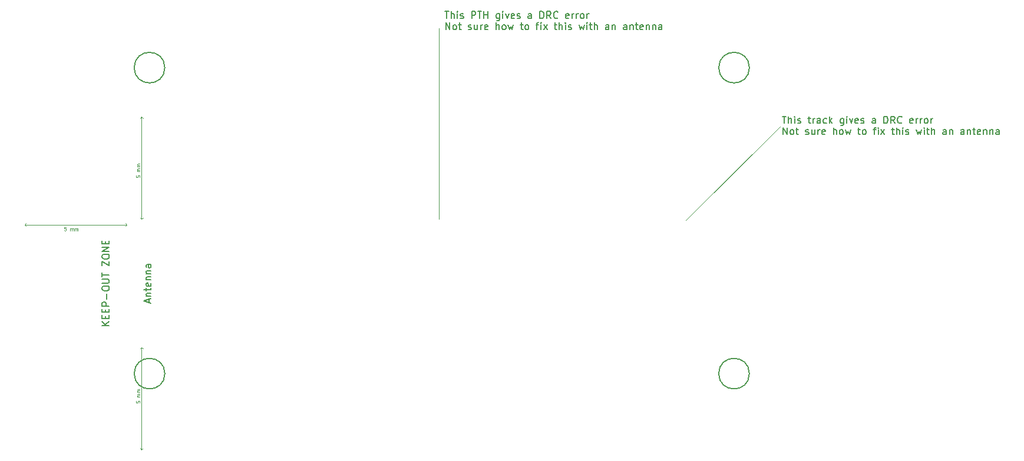
<source format=gbr>
%TF.GenerationSoftware,KiCad,Pcbnew,8.0.5*%
%TF.CreationDate,2024-11-26T11:55:41+00:00*%
%TF.ProjectId,NFC_ESP32,4e46435f-4553-4503-9332-2e6b69636164,rev?*%
%TF.SameCoordinates,Original*%
%TF.FileFunction,Other,Comment*%
%FSLAX46Y46*%
G04 Gerber Fmt 4.6, Leading zero omitted, Abs format (unit mm)*
G04 Created by KiCad (PCBNEW 8.0.5) date 2024-11-26 11:55:41*
%MOMM*%
%LPD*%
G01*
G04 APERTURE LIST*
%ADD10C,0.100000*%
%ADD11C,0.150000*%
G04 APERTURE END LIST*
D10*
X193580000Y-41460000D02*
X180090000Y-54950000D01*
X144630000Y-27370000D02*
X144630000Y-54770000D01*
D11*
X193913922Y-39999931D02*
X194485350Y-39999931D01*
X194199636Y-40999931D02*
X194199636Y-39999931D01*
X194818684Y-40999931D02*
X194818684Y-39999931D01*
X195247255Y-40999931D02*
X195247255Y-40476121D01*
X195247255Y-40476121D02*
X195199636Y-40380883D01*
X195199636Y-40380883D02*
X195104398Y-40333264D01*
X195104398Y-40333264D02*
X194961541Y-40333264D01*
X194961541Y-40333264D02*
X194866303Y-40380883D01*
X194866303Y-40380883D02*
X194818684Y-40428502D01*
X195723446Y-40999931D02*
X195723446Y-40333264D01*
X195723446Y-39999931D02*
X195675827Y-40047550D01*
X195675827Y-40047550D02*
X195723446Y-40095169D01*
X195723446Y-40095169D02*
X195771065Y-40047550D01*
X195771065Y-40047550D02*
X195723446Y-39999931D01*
X195723446Y-39999931D02*
X195723446Y-40095169D01*
X196152017Y-40952312D02*
X196247255Y-40999931D01*
X196247255Y-40999931D02*
X196437731Y-40999931D01*
X196437731Y-40999931D02*
X196532969Y-40952312D01*
X196532969Y-40952312D02*
X196580588Y-40857073D01*
X196580588Y-40857073D02*
X196580588Y-40809454D01*
X196580588Y-40809454D02*
X196532969Y-40714216D01*
X196532969Y-40714216D02*
X196437731Y-40666597D01*
X196437731Y-40666597D02*
X196294874Y-40666597D01*
X196294874Y-40666597D02*
X196199636Y-40618978D01*
X196199636Y-40618978D02*
X196152017Y-40523740D01*
X196152017Y-40523740D02*
X196152017Y-40476121D01*
X196152017Y-40476121D02*
X196199636Y-40380883D01*
X196199636Y-40380883D02*
X196294874Y-40333264D01*
X196294874Y-40333264D02*
X196437731Y-40333264D01*
X196437731Y-40333264D02*
X196532969Y-40380883D01*
X197628208Y-40333264D02*
X198009160Y-40333264D01*
X197771065Y-39999931D02*
X197771065Y-40857073D01*
X197771065Y-40857073D02*
X197818684Y-40952312D01*
X197818684Y-40952312D02*
X197913922Y-40999931D01*
X197913922Y-40999931D02*
X198009160Y-40999931D01*
X198342494Y-40999931D02*
X198342494Y-40333264D01*
X198342494Y-40523740D02*
X198390113Y-40428502D01*
X198390113Y-40428502D02*
X198437732Y-40380883D01*
X198437732Y-40380883D02*
X198532970Y-40333264D01*
X198532970Y-40333264D02*
X198628208Y-40333264D01*
X199390113Y-40999931D02*
X199390113Y-40476121D01*
X199390113Y-40476121D02*
X199342494Y-40380883D01*
X199342494Y-40380883D02*
X199247256Y-40333264D01*
X199247256Y-40333264D02*
X199056780Y-40333264D01*
X199056780Y-40333264D02*
X198961542Y-40380883D01*
X199390113Y-40952312D02*
X199294875Y-40999931D01*
X199294875Y-40999931D02*
X199056780Y-40999931D01*
X199056780Y-40999931D02*
X198961542Y-40952312D01*
X198961542Y-40952312D02*
X198913923Y-40857073D01*
X198913923Y-40857073D02*
X198913923Y-40761835D01*
X198913923Y-40761835D02*
X198961542Y-40666597D01*
X198961542Y-40666597D02*
X199056780Y-40618978D01*
X199056780Y-40618978D02*
X199294875Y-40618978D01*
X199294875Y-40618978D02*
X199390113Y-40571359D01*
X200294875Y-40952312D02*
X200199637Y-40999931D01*
X200199637Y-40999931D02*
X200009161Y-40999931D01*
X200009161Y-40999931D02*
X199913923Y-40952312D01*
X199913923Y-40952312D02*
X199866304Y-40904692D01*
X199866304Y-40904692D02*
X199818685Y-40809454D01*
X199818685Y-40809454D02*
X199818685Y-40523740D01*
X199818685Y-40523740D02*
X199866304Y-40428502D01*
X199866304Y-40428502D02*
X199913923Y-40380883D01*
X199913923Y-40380883D02*
X200009161Y-40333264D01*
X200009161Y-40333264D02*
X200199637Y-40333264D01*
X200199637Y-40333264D02*
X200294875Y-40380883D01*
X200723447Y-40999931D02*
X200723447Y-39999931D01*
X200818685Y-40618978D02*
X201104399Y-40999931D01*
X201104399Y-40333264D02*
X200723447Y-40714216D01*
X202723447Y-40333264D02*
X202723447Y-41142788D01*
X202723447Y-41142788D02*
X202675828Y-41238026D01*
X202675828Y-41238026D02*
X202628209Y-41285645D01*
X202628209Y-41285645D02*
X202532971Y-41333264D01*
X202532971Y-41333264D02*
X202390114Y-41333264D01*
X202390114Y-41333264D02*
X202294876Y-41285645D01*
X202723447Y-40952312D02*
X202628209Y-40999931D01*
X202628209Y-40999931D02*
X202437733Y-40999931D01*
X202437733Y-40999931D02*
X202342495Y-40952312D01*
X202342495Y-40952312D02*
X202294876Y-40904692D01*
X202294876Y-40904692D02*
X202247257Y-40809454D01*
X202247257Y-40809454D02*
X202247257Y-40523740D01*
X202247257Y-40523740D02*
X202294876Y-40428502D01*
X202294876Y-40428502D02*
X202342495Y-40380883D01*
X202342495Y-40380883D02*
X202437733Y-40333264D01*
X202437733Y-40333264D02*
X202628209Y-40333264D01*
X202628209Y-40333264D02*
X202723447Y-40380883D01*
X203199638Y-40999931D02*
X203199638Y-40333264D01*
X203199638Y-39999931D02*
X203152019Y-40047550D01*
X203152019Y-40047550D02*
X203199638Y-40095169D01*
X203199638Y-40095169D02*
X203247257Y-40047550D01*
X203247257Y-40047550D02*
X203199638Y-39999931D01*
X203199638Y-39999931D02*
X203199638Y-40095169D01*
X203580590Y-40333264D02*
X203818685Y-40999931D01*
X203818685Y-40999931D02*
X204056780Y-40333264D01*
X204818685Y-40952312D02*
X204723447Y-40999931D01*
X204723447Y-40999931D02*
X204532971Y-40999931D01*
X204532971Y-40999931D02*
X204437733Y-40952312D01*
X204437733Y-40952312D02*
X204390114Y-40857073D01*
X204390114Y-40857073D02*
X204390114Y-40476121D01*
X204390114Y-40476121D02*
X204437733Y-40380883D01*
X204437733Y-40380883D02*
X204532971Y-40333264D01*
X204532971Y-40333264D02*
X204723447Y-40333264D01*
X204723447Y-40333264D02*
X204818685Y-40380883D01*
X204818685Y-40380883D02*
X204866304Y-40476121D01*
X204866304Y-40476121D02*
X204866304Y-40571359D01*
X204866304Y-40571359D02*
X204390114Y-40666597D01*
X205247257Y-40952312D02*
X205342495Y-40999931D01*
X205342495Y-40999931D02*
X205532971Y-40999931D01*
X205532971Y-40999931D02*
X205628209Y-40952312D01*
X205628209Y-40952312D02*
X205675828Y-40857073D01*
X205675828Y-40857073D02*
X205675828Y-40809454D01*
X205675828Y-40809454D02*
X205628209Y-40714216D01*
X205628209Y-40714216D02*
X205532971Y-40666597D01*
X205532971Y-40666597D02*
X205390114Y-40666597D01*
X205390114Y-40666597D02*
X205294876Y-40618978D01*
X205294876Y-40618978D02*
X205247257Y-40523740D01*
X205247257Y-40523740D02*
X205247257Y-40476121D01*
X205247257Y-40476121D02*
X205294876Y-40380883D01*
X205294876Y-40380883D02*
X205390114Y-40333264D01*
X205390114Y-40333264D02*
X205532971Y-40333264D01*
X205532971Y-40333264D02*
X205628209Y-40380883D01*
X207294876Y-40999931D02*
X207294876Y-40476121D01*
X207294876Y-40476121D02*
X207247257Y-40380883D01*
X207247257Y-40380883D02*
X207152019Y-40333264D01*
X207152019Y-40333264D02*
X206961543Y-40333264D01*
X206961543Y-40333264D02*
X206866305Y-40380883D01*
X207294876Y-40952312D02*
X207199638Y-40999931D01*
X207199638Y-40999931D02*
X206961543Y-40999931D01*
X206961543Y-40999931D02*
X206866305Y-40952312D01*
X206866305Y-40952312D02*
X206818686Y-40857073D01*
X206818686Y-40857073D02*
X206818686Y-40761835D01*
X206818686Y-40761835D02*
X206866305Y-40666597D01*
X206866305Y-40666597D02*
X206961543Y-40618978D01*
X206961543Y-40618978D02*
X207199638Y-40618978D01*
X207199638Y-40618978D02*
X207294876Y-40571359D01*
X208532972Y-40999931D02*
X208532972Y-39999931D01*
X208532972Y-39999931D02*
X208771067Y-39999931D01*
X208771067Y-39999931D02*
X208913924Y-40047550D01*
X208913924Y-40047550D02*
X209009162Y-40142788D01*
X209009162Y-40142788D02*
X209056781Y-40238026D01*
X209056781Y-40238026D02*
X209104400Y-40428502D01*
X209104400Y-40428502D02*
X209104400Y-40571359D01*
X209104400Y-40571359D02*
X209056781Y-40761835D01*
X209056781Y-40761835D02*
X209009162Y-40857073D01*
X209009162Y-40857073D02*
X208913924Y-40952312D01*
X208913924Y-40952312D02*
X208771067Y-40999931D01*
X208771067Y-40999931D02*
X208532972Y-40999931D01*
X210104400Y-40999931D02*
X209771067Y-40523740D01*
X209532972Y-40999931D02*
X209532972Y-39999931D01*
X209532972Y-39999931D02*
X209913924Y-39999931D01*
X209913924Y-39999931D02*
X210009162Y-40047550D01*
X210009162Y-40047550D02*
X210056781Y-40095169D01*
X210056781Y-40095169D02*
X210104400Y-40190407D01*
X210104400Y-40190407D02*
X210104400Y-40333264D01*
X210104400Y-40333264D02*
X210056781Y-40428502D01*
X210056781Y-40428502D02*
X210009162Y-40476121D01*
X210009162Y-40476121D02*
X209913924Y-40523740D01*
X209913924Y-40523740D02*
X209532972Y-40523740D01*
X211104400Y-40904692D02*
X211056781Y-40952312D01*
X211056781Y-40952312D02*
X210913924Y-40999931D01*
X210913924Y-40999931D02*
X210818686Y-40999931D01*
X210818686Y-40999931D02*
X210675829Y-40952312D01*
X210675829Y-40952312D02*
X210580591Y-40857073D01*
X210580591Y-40857073D02*
X210532972Y-40761835D01*
X210532972Y-40761835D02*
X210485353Y-40571359D01*
X210485353Y-40571359D02*
X210485353Y-40428502D01*
X210485353Y-40428502D02*
X210532972Y-40238026D01*
X210532972Y-40238026D02*
X210580591Y-40142788D01*
X210580591Y-40142788D02*
X210675829Y-40047550D01*
X210675829Y-40047550D02*
X210818686Y-39999931D01*
X210818686Y-39999931D02*
X210913924Y-39999931D01*
X210913924Y-39999931D02*
X211056781Y-40047550D01*
X211056781Y-40047550D02*
X211104400Y-40095169D01*
X212675829Y-40952312D02*
X212580591Y-40999931D01*
X212580591Y-40999931D02*
X212390115Y-40999931D01*
X212390115Y-40999931D02*
X212294877Y-40952312D01*
X212294877Y-40952312D02*
X212247258Y-40857073D01*
X212247258Y-40857073D02*
X212247258Y-40476121D01*
X212247258Y-40476121D02*
X212294877Y-40380883D01*
X212294877Y-40380883D02*
X212390115Y-40333264D01*
X212390115Y-40333264D02*
X212580591Y-40333264D01*
X212580591Y-40333264D02*
X212675829Y-40380883D01*
X212675829Y-40380883D02*
X212723448Y-40476121D01*
X212723448Y-40476121D02*
X212723448Y-40571359D01*
X212723448Y-40571359D02*
X212247258Y-40666597D01*
X213152020Y-40999931D02*
X213152020Y-40333264D01*
X213152020Y-40523740D02*
X213199639Y-40428502D01*
X213199639Y-40428502D02*
X213247258Y-40380883D01*
X213247258Y-40380883D02*
X213342496Y-40333264D01*
X213342496Y-40333264D02*
X213437734Y-40333264D01*
X213771068Y-40999931D02*
X213771068Y-40333264D01*
X213771068Y-40523740D02*
X213818687Y-40428502D01*
X213818687Y-40428502D02*
X213866306Y-40380883D01*
X213866306Y-40380883D02*
X213961544Y-40333264D01*
X213961544Y-40333264D02*
X214056782Y-40333264D01*
X214532973Y-40999931D02*
X214437735Y-40952312D01*
X214437735Y-40952312D02*
X214390116Y-40904692D01*
X214390116Y-40904692D02*
X214342497Y-40809454D01*
X214342497Y-40809454D02*
X214342497Y-40523740D01*
X214342497Y-40523740D02*
X214390116Y-40428502D01*
X214390116Y-40428502D02*
X214437735Y-40380883D01*
X214437735Y-40380883D02*
X214532973Y-40333264D01*
X214532973Y-40333264D02*
X214675830Y-40333264D01*
X214675830Y-40333264D02*
X214771068Y-40380883D01*
X214771068Y-40380883D02*
X214818687Y-40428502D01*
X214818687Y-40428502D02*
X214866306Y-40523740D01*
X214866306Y-40523740D02*
X214866306Y-40809454D01*
X214866306Y-40809454D02*
X214818687Y-40904692D01*
X214818687Y-40904692D02*
X214771068Y-40952312D01*
X214771068Y-40952312D02*
X214675830Y-40999931D01*
X214675830Y-40999931D02*
X214532973Y-40999931D01*
X215294878Y-40999931D02*
X215294878Y-40333264D01*
X215294878Y-40523740D02*
X215342497Y-40428502D01*
X215342497Y-40428502D02*
X215390116Y-40380883D01*
X215390116Y-40380883D02*
X215485354Y-40333264D01*
X215485354Y-40333264D02*
X215580592Y-40333264D01*
X194056779Y-42609875D02*
X194056779Y-41609875D01*
X194056779Y-41609875D02*
X194628207Y-42609875D01*
X194628207Y-42609875D02*
X194628207Y-41609875D01*
X195247255Y-42609875D02*
X195152017Y-42562256D01*
X195152017Y-42562256D02*
X195104398Y-42514636D01*
X195104398Y-42514636D02*
X195056779Y-42419398D01*
X195056779Y-42419398D02*
X195056779Y-42133684D01*
X195056779Y-42133684D02*
X195104398Y-42038446D01*
X195104398Y-42038446D02*
X195152017Y-41990827D01*
X195152017Y-41990827D02*
X195247255Y-41943208D01*
X195247255Y-41943208D02*
X195390112Y-41943208D01*
X195390112Y-41943208D02*
X195485350Y-41990827D01*
X195485350Y-41990827D02*
X195532969Y-42038446D01*
X195532969Y-42038446D02*
X195580588Y-42133684D01*
X195580588Y-42133684D02*
X195580588Y-42419398D01*
X195580588Y-42419398D02*
X195532969Y-42514636D01*
X195532969Y-42514636D02*
X195485350Y-42562256D01*
X195485350Y-42562256D02*
X195390112Y-42609875D01*
X195390112Y-42609875D02*
X195247255Y-42609875D01*
X195866303Y-41943208D02*
X196247255Y-41943208D01*
X196009160Y-41609875D02*
X196009160Y-42467017D01*
X196009160Y-42467017D02*
X196056779Y-42562256D01*
X196056779Y-42562256D02*
X196152017Y-42609875D01*
X196152017Y-42609875D02*
X196247255Y-42609875D01*
X197294875Y-42562256D02*
X197390113Y-42609875D01*
X197390113Y-42609875D02*
X197580589Y-42609875D01*
X197580589Y-42609875D02*
X197675827Y-42562256D01*
X197675827Y-42562256D02*
X197723446Y-42467017D01*
X197723446Y-42467017D02*
X197723446Y-42419398D01*
X197723446Y-42419398D02*
X197675827Y-42324160D01*
X197675827Y-42324160D02*
X197580589Y-42276541D01*
X197580589Y-42276541D02*
X197437732Y-42276541D01*
X197437732Y-42276541D02*
X197342494Y-42228922D01*
X197342494Y-42228922D02*
X197294875Y-42133684D01*
X197294875Y-42133684D02*
X197294875Y-42086065D01*
X197294875Y-42086065D02*
X197342494Y-41990827D01*
X197342494Y-41990827D02*
X197437732Y-41943208D01*
X197437732Y-41943208D02*
X197580589Y-41943208D01*
X197580589Y-41943208D02*
X197675827Y-41990827D01*
X198580589Y-41943208D02*
X198580589Y-42609875D01*
X198152018Y-41943208D02*
X198152018Y-42467017D01*
X198152018Y-42467017D02*
X198199637Y-42562256D01*
X198199637Y-42562256D02*
X198294875Y-42609875D01*
X198294875Y-42609875D02*
X198437732Y-42609875D01*
X198437732Y-42609875D02*
X198532970Y-42562256D01*
X198532970Y-42562256D02*
X198580589Y-42514636D01*
X199056780Y-42609875D02*
X199056780Y-41943208D01*
X199056780Y-42133684D02*
X199104399Y-42038446D01*
X199104399Y-42038446D02*
X199152018Y-41990827D01*
X199152018Y-41990827D02*
X199247256Y-41943208D01*
X199247256Y-41943208D02*
X199342494Y-41943208D01*
X200056780Y-42562256D02*
X199961542Y-42609875D01*
X199961542Y-42609875D02*
X199771066Y-42609875D01*
X199771066Y-42609875D02*
X199675828Y-42562256D01*
X199675828Y-42562256D02*
X199628209Y-42467017D01*
X199628209Y-42467017D02*
X199628209Y-42086065D01*
X199628209Y-42086065D02*
X199675828Y-41990827D01*
X199675828Y-41990827D02*
X199771066Y-41943208D01*
X199771066Y-41943208D02*
X199961542Y-41943208D01*
X199961542Y-41943208D02*
X200056780Y-41990827D01*
X200056780Y-41990827D02*
X200104399Y-42086065D01*
X200104399Y-42086065D02*
X200104399Y-42181303D01*
X200104399Y-42181303D02*
X199628209Y-42276541D01*
X201294876Y-42609875D02*
X201294876Y-41609875D01*
X201723447Y-42609875D02*
X201723447Y-42086065D01*
X201723447Y-42086065D02*
X201675828Y-41990827D01*
X201675828Y-41990827D02*
X201580590Y-41943208D01*
X201580590Y-41943208D02*
X201437733Y-41943208D01*
X201437733Y-41943208D02*
X201342495Y-41990827D01*
X201342495Y-41990827D02*
X201294876Y-42038446D01*
X202342495Y-42609875D02*
X202247257Y-42562256D01*
X202247257Y-42562256D02*
X202199638Y-42514636D01*
X202199638Y-42514636D02*
X202152019Y-42419398D01*
X202152019Y-42419398D02*
X202152019Y-42133684D01*
X202152019Y-42133684D02*
X202199638Y-42038446D01*
X202199638Y-42038446D02*
X202247257Y-41990827D01*
X202247257Y-41990827D02*
X202342495Y-41943208D01*
X202342495Y-41943208D02*
X202485352Y-41943208D01*
X202485352Y-41943208D02*
X202580590Y-41990827D01*
X202580590Y-41990827D02*
X202628209Y-42038446D01*
X202628209Y-42038446D02*
X202675828Y-42133684D01*
X202675828Y-42133684D02*
X202675828Y-42419398D01*
X202675828Y-42419398D02*
X202628209Y-42514636D01*
X202628209Y-42514636D02*
X202580590Y-42562256D01*
X202580590Y-42562256D02*
X202485352Y-42609875D01*
X202485352Y-42609875D02*
X202342495Y-42609875D01*
X203009162Y-41943208D02*
X203199638Y-42609875D01*
X203199638Y-42609875D02*
X203390114Y-42133684D01*
X203390114Y-42133684D02*
X203580590Y-42609875D01*
X203580590Y-42609875D02*
X203771066Y-41943208D01*
X204771067Y-41943208D02*
X205152019Y-41943208D01*
X204913924Y-41609875D02*
X204913924Y-42467017D01*
X204913924Y-42467017D02*
X204961543Y-42562256D01*
X204961543Y-42562256D02*
X205056781Y-42609875D01*
X205056781Y-42609875D02*
X205152019Y-42609875D01*
X205628210Y-42609875D02*
X205532972Y-42562256D01*
X205532972Y-42562256D02*
X205485353Y-42514636D01*
X205485353Y-42514636D02*
X205437734Y-42419398D01*
X205437734Y-42419398D02*
X205437734Y-42133684D01*
X205437734Y-42133684D02*
X205485353Y-42038446D01*
X205485353Y-42038446D02*
X205532972Y-41990827D01*
X205532972Y-41990827D02*
X205628210Y-41943208D01*
X205628210Y-41943208D02*
X205771067Y-41943208D01*
X205771067Y-41943208D02*
X205866305Y-41990827D01*
X205866305Y-41990827D02*
X205913924Y-42038446D01*
X205913924Y-42038446D02*
X205961543Y-42133684D01*
X205961543Y-42133684D02*
X205961543Y-42419398D01*
X205961543Y-42419398D02*
X205913924Y-42514636D01*
X205913924Y-42514636D02*
X205866305Y-42562256D01*
X205866305Y-42562256D02*
X205771067Y-42609875D01*
X205771067Y-42609875D02*
X205628210Y-42609875D01*
X207009163Y-41943208D02*
X207390115Y-41943208D01*
X207152020Y-42609875D02*
X207152020Y-41752732D01*
X207152020Y-41752732D02*
X207199639Y-41657494D01*
X207199639Y-41657494D02*
X207294877Y-41609875D01*
X207294877Y-41609875D02*
X207390115Y-41609875D01*
X207723449Y-42609875D02*
X207723449Y-41943208D01*
X207723449Y-41609875D02*
X207675830Y-41657494D01*
X207675830Y-41657494D02*
X207723449Y-41705113D01*
X207723449Y-41705113D02*
X207771068Y-41657494D01*
X207771068Y-41657494D02*
X207723449Y-41609875D01*
X207723449Y-41609875D02*
X207723449Y-41705113D01*
X208104401Y-42609875D02*
X208628210Y-41943208D01*
X208104401Y-41943208D02*
X208628210Y-42609875D01*
X209628211Y-41943208D02*
X210009163Y-41943208D01*
X209771068Y-41609875D02*
X209771068Y-42467017D01*
X209771068Y-42467017D02*
X209818687Y-42562256D01*
X209818687Y-42562256D02*
X209913925Y-42609875D01*
X209913925Y-42609875D02*
X210009163Y-42609875D01*
X210342497Y-42609875D02*
X210342497Y-41609875D01*
X210771068Y-42609875D02*
X210771068Y-42086065D01*
X210771068Y-42086065D02*
X210723449Y-41990827D01*
X210723449Y-41990827D02*
X210628211Y-41943208D01*
X210628211Y-41943208D02*
X210485354Y-41943208D01*
X210485354Y-41943208D02*
X210390116Y-41990827D01*
X210390116Y-41990827D02*
X210342497Y-42038446D01*
X211247259Y-42609875D02*
X211247259Y-41943208D01*
X211247259Y-41609875D02*
X211199640Y-41657494D01*
X211199640Y-41657494D02*
X211247259Y-41705113D01*
X211247259Y-41705113D02*
X211294878Y-41657494D01*
X211294878Y-41657494D02*
X211247259Y-41609875D01*
X211247259Y-41609875D02*
X211247259Y-41705113D01*
X211675830Y-42562256D02*
X211771068Y-42609875D01*
X211771068Y-42609875D02*
X211961544Y-42609875D01*
X211961544Y-42609875D02*
X212056782Y-42562256D01*
X212056782Y-42562256D02*
X212104401Y-42467017D01*
X212104401Y-42467017D02*
X212104401Y-42419398D01*
X212104401Y-42419398D02*
X212056782Y-42324160D01*
X212056782Y-42324160D02*
X211961544Y-42276541D01*
X211961544Y-42276541D02*
X211818687Y-42276541D01*
X211818687Y-42276541D02*
X211723449Y-42228922D01*
X211723449Y-42228922D02*
X211675830Y-42133684D01*
X211675830Y-42133684D02*
X211675830Y-42086065D01*
X211675830Y-42086065D02*
X211723449Y-41990827D01*
X211723449Y-41990827D02*
X211818687Y-41943208D01*
X211818687Y-41943208D02*
X211961544Y-41943208D01*
X211961544Y-41943208D02*
X212056782Y-41990827D01*
X213199640Y-41943208D02*
X213390116Y-42609875D01*
X213390116Y-42609875D02*
X213580592Y-42133684D01*
X213580592Y-42133684D02*
X213771068Y-42609875D01*
X213771068Y-42609875D02*
X213961544Y-41943208D01*
X214342497Y-42609875D02*
X214342497Y-41943208D01*
X214342497Y-41609875D02*
X214294878Y-41657494D01*
X214294878Y-41657494D02*
X214342497Y-41705113D01*
X214342497Y-41705113D02*
X214390116Y-41657494D01*
X214390116Y-41657494D02*
X214342497Y-41609875D01*
X214342497Y-41609875D02*
X214342497Y-41705113D01*
X214675830Y-41943208D02*
X215056782Y-41943208D01*
X214818687Y-41609875D02*
X214818687Y-42467017D01*
X214818687Y-42467017D02*
X214866306Y-42562256D01*
X214866306Y-42562256D02*
X214961544Y-42609875D01*
X214961544Y-42609875D02*
X215056782Y-42609875D01*
X215390116Y-42609875D02*
X215390116Y-41609875D01*
X215818687Y-42609875D02*
X215818687Y-42086065D01*
X215818687Y-42086065D02*
X215771068Y-41990827D01*
X215771068Y-41990827D02*
X215675830Y-41943208D01*
X215675830Y-41943208D02*
X215532973Y-41943208D01*
X215532973Y-41943208D02*
X215437735Y-41990827D01*
X215437735Y-41990827D02*
X215390116Y-42038446D01*
X217485354Y-42609875D02*
X217485354Y-42086065D01*
X217485354Y-42086065D02*
X217437735Y-41990827D01*
X217437735Y-41990827D02*
X217342497Y-41943208D01*
X217342497Y-41943208D02*
X217152021Y-41943208D01*
X217152021Y-41943208D02*
X217056783Y-41990827D01*
X217485354Y-42562256D02*
X217390116Y-42609875D01*
X217390116Y-42609875D02*
X217152021Y-42609875D01*
X217152021Y-42609875D02*
X217056783Y-42562256D01*
X217056783Y-42562256D02*
X217009164Y-42467017D01*
X217009164Y-42467017D02*
X217009164Y-42371779D01*
X217009164Y-42371779D02*
X217056783Y-42276541D01*
X217056783Y-42276541D02*
X217152021Y-42228922D01*
X217152021Y-42228922D02*
X217390116Y-42228922D01*
X217390116Y-42228922D02*
X217485354Y-42181303D01*
X217961545Y-41943208D02*
X217961545Y-42609875D01*
X217961545Y-42038446D02*
X218009164Y-41990827D01*
X218009164Y-41990827D02*
X218104402Y-41943208D01*
X218104402Y-41943208D02*
X218247259Y-41943208D01*
X218247259Y-41943208D02*
X218342497Y-41990827D01*
X218342497Y-41990827D02*
X218390116Y-42086065D01*
X218390116Y-42086065D02*
X218390116Y-42609875D01*
X220056783Y-42609875D02*
X220056783Y-42086065D01*
X220056783Y-42086065D02*
X220009164Y-41990827D01*
X220009164Y-41990827D02*
X219913926Y-41943208D01*
X219913926Y-41943208D02*
X219723450Y-41943208D01*
X219723450Y-41943208D02*
X219628212Y-41990827D01*
X220056783Y-42562256D02*
X219961545Y-42609875D01*
X219961545Y-42609875D02*
X219723450Y-42609875D01*
X219723450Y-42609875D02*
X219628212Y-42562256D01*
X219628212Y-42562256D02*
X219580593Y-42467017D01*
X219580593Y-42467017D02*
X219580593Y-42371779D01*
X219580593Y-42371779D02*
X219628212Y-42276541D01*
X219628212Y-42276541D02*
X219723450Y-42228922D01*
X219723450Y-42228922D02*
X219961545Y-42228922D01*
X219961545Y-42228922D02*
X220056783Y-42181303D01*
X220532974Y-41943208D02*
X220532974Y-42609875D01*
X220532974Y-42038446D02*
X220580593Y-41990827D01*
X220580593Y-41990827D02*
X220675831Y-41943208D01*
X220675831Y-41943208D02*
X220818688Y-41943208D01*
X220818688Y-41943208D02*
X220913926Y-41990827D01*
X220913926Y-41990827D02*
X220961545Y-42086065D01*
X220961545Y-42086065D02*
X220961545Y-42609875D01*
X221294879Y-41943208D02*
X221675831Y-41943208D01*
X221437736Y-41609875D02*
X221437736Y-42467017D01*
X221437736Y-42467017D02*
X221485355Y-42562256D01*
X221485355Y-42562256D02*
X221580593Y-42609875D01*
X221580593Y-42609875D02*
X221675831Y-42609875D01*
X222390117Y-42562256D02*
X222294879Y-42609875D01*
X222294879Y-42609875D02*
X222104403Y-42609875D01*
X222104403Y-42609875D02*
X222009165Y-42562256D01*
X222009165Y-42562256D02*
X221961546Y-42467017D01*
X221961546Y-42467017D02*
X221961546Y-42086065D01*
X221961546Y-42086065D02*
X222009165Y-41990827D01*
X222009165Y-41990827D02*
X222104403Y-41943208D01*
X222104403Y-41943208D02*
X222294879Y-41943208D01*
X222294879Y-41943208D02*
X222390117Y-41990827D01*
X222390117Y-41990827D02*
X222437736Y-42086065D01*
X222437736Y-42086065D02*
X222437736Y-42181303D01*
X222437736Y-42181303D02*
X221961546Y-42276541D01*
X222866308Y-41943208D02*
X222866308Y-42609875D01*
X222866308Y-42038446D02*
X222913927Y-41990827D01*
X222913927Y-41990827D02*
X223009165Y-41943208D01*
X223009165Y-41943208D02*
X223152022Y-41943208D01*
X223152022Y-41943208D02*
X223247260Y-41990827D01*
X223247260Y-41990827D02*
X223294879Y-42086065D01*
X223294879Y-42086065D02*
X223294879Y-42609875D01*
X223771070Y-41943208D02*
X223771070Y-42609875D01*
X223771070Y-42038446D02*
X223818689Y-41990827D01*
X223818689Y-41990827D02*
X223913927Y-41943208D01*
X223913927Y-41943208D02*
X224056784Y-41943208D01*
X224056784Y-41943208D02*
X224152022Y-41990827D01*
X224152022Y-41990827D02*
X224199641Y-42086065D01*
X224199641Y-42086065D02*
X224199641Y-42609875D01*
X225104403Y-42609875D02*
X225104403Y-42086065D01*
X225104403Y-42086065D02*
X225056784Y-41990827D01*
X225056784Y-41990827D02*
X224961546Y-41943208D01*
X224961546Y-41943208D02*
X224771070Y-41943208D01*
X224771070Y-41943208D02*
X224675832Y-41990827D01*
X225104403Y-42562256D02*
X225009165Y-42609875D01*
X225009165Y-42609875D02*
X224771070Y-42609875D01*
X224771070Y-42609875D02*
X224675832Y-42562256D01*
X224675832Y-42562256D02*
X224628213Y-42467017D01*
X224628213Y-42467017D02*
X224628213Y-42371779D01*
X224628213Y-42371779D02*
X224675832Y-42276541D01*
X224675832Y-42276541D02*
X224771070Y-42228922D01*
X224771070Y-42228922D02*
X225009165Y-42228922D01*
X225009165Y-42228922D02*
X225104403Y-42181303D01*
X145443922Y-24919931D02*
X146015350Y-24919931D01*
X145729636Y-25919931D02*
X145729636Y-24919931D01*
X146348684Y-25919931D02*
X146348684Y-24919931D01*
X146777255Y-25919931D02*
X146777255Y-25396121D01*
X146777255Y-25396121D02*
X146729636Y-25300883D01*
X146729636Y-25300883D02*
X146634398Y-25253264D01*
X146634398Y-25253264D02*
X146491541Y-25253264D01*
X146491541Y-25253264D02*
X146396303Y-25300883D01*
X146396303Y-25300883D02*
X146348684Y-25348502D01*
X147253446Y-25919931D02*
X147253446Y-25253264D01*
X147253446Y-24919931D02*
X147205827Y-24967550D01*
X147205827Y-24967550D02*
X147253446Y-25015169D01*
X147253446Y-25015169D02*
X147301065Y-24967550D01*
X147301065Y-24967550D02*
X147253446Y-24919931D01*
X147253446Y-24919931D02*
X147253446Y-25015169D01*
X147682017Y-25872312D02*
X147777255Y-25919931D01*
X147777255Y-25919931D02*
X147967731Y-25919931D01*
X147967731Y-25919931D02*
X148062969Y-25872312D01*
X148062969Y-25872312D02*
X148110588Y-25777073D01*
X148110588Y-25777073D02*
X148110588Y-25729454D01*
X148110588Y-25729454D02*
X148062969Y-25634216D01*
X148062969Y-25634216D02*
X147967731Y-25586597D01*
X147967731Y-25586597D02*
X147824874Y-25586597D01*
X147824874Y-25586597D02*
X147729636Y-25538978D01*
X147729636Y-25538978D02*
X147682017Y-25443740D01*
X147682017Y-25443740D02*
X147682017Y-25396121D01*
X147682017Y-25396121D02*
X147729636Y-25300883D01*
X147729636Y-25300883D02*
X147824874Y-25253264D01*
X147824874Y-25253264D02*
X147967731Y-25253264D01*
X147967731Y-25253264D02*
X148062969Y-25300883D01*
X149301065Y-25919931D02*
X149301065Y-24919931D01*
X149301065Y-24919931D02*
X149682017Y-24919931D01*
X149682017Y-24919931D02*
X149777255Y-24967550D01*
X149777255Y-24967550D02*
X149824874Y-25015169D01*
X149824874Y-25015169D02*
X149872493Y-25110407D01*
X149872493Y-25110407D02*
X149872493Y-25253264D01*
X149872493Y-25253264D02*
X149824874Y-25348502D01*
X149824874Y-25348502D02*
X149777255Y-25396121D01*
X149777255Y-25396121D02*
X149682017Y-25443740D01*
X149682017Y-25443740D02*
X149301065Y-25443740D01*
X150158208Y-24919931D02*
X150729636Y-24919931D01*
X150443922Y-25919931D02*
X150443922Y-24919931D01*
X151062970Y-25919931D02*
X151062970Y-24919931D01*
X151062970Y-25396121D02*
X151634398Y-25396121D01*
X151634398Y-25919931D02*
X151634398Y-24919931D01*
X153301065Y-25253264D02*
X153301065Y-26062788D01*
X153301065Y-26062788D02*
X153253446Y-26158026D01*
X153253446Y-26158026D02*
X153205827Y-26205645D01*
X153205827Y-26205645D02*
X153110589Y-26253264D01*
X153110589Y-26253264D02*
X152967732Y-26253264D01*
X152967732Y-26253264D02*
X152872494Y-26205645D01*
X153301065Y-25872312D02*
X153205827Y-25919931D01*
X153205827Y-25919931D02*
X153015351Y-25919931D01*
X153015351Y-25919931D02*
X152920113Y-25872312D01*
X152920113Y-25872312D02*
X152872494Y-25824692D01*
X152872494Y-25824692D02*
X152824875Y-25729454D01*
X152824875Y-25729454D02*
X152824875Y-25443740D01*
X152824875Y-25443740D02*
X152872494Y-25348502D01*
X152872494Y-25348502D02*
X152920113Y-25300883D01*
X152920113Y-25300883D02*
X153015351Y-25253264D01*
X153015351Y-25253264D02*
X153205827Y-25253264D01*
X153205827Y-25253264D02*
X153301065Y-25300883D01*
X153777256Y-25919931D02*
X153777256Y-25253264D01*
X153777256Y-24919931D02*
X153729637Y-24967550D01*
X153729637Y-24967550D02*
X153777256Y-25015169D01*
X153777256Y-25015169D02*
X153824875Y-24967550D01*
X153824875Y-24967550D02*
X153777256Y-24919931D01*
X153777256Y-24919931D02*
X153777256Y-25015169D01*
X154158208Y-25253264D02*
X154396303Y-25919931D01*
X154396303Y-25919931D02*
X154634398Y-25253264D01*
X155396303Y-25872312D02*
X155301065Y-25919931D01*
X155301065Y-25919931D02*
X155110589Y-25919931D01*
X155110589Y-25919931D02*
X155015351Y-25872312D01*
X155015351Y-25872312D02*
X154967732Y-25777073D01*
X154967732Y-25777073D02*
X154967732Y-25396121D01*
X154967732Y-25396121D02*
X155015351Y-25300883D01*
X155015351Y-25300883D02*
X155110589Y-25253264D01*
X155110589Y-25253264D02*
X155301065Y-25253264D01*
X155301065Y-25253264D02*
X155396303Y-25300883D01*
X155396303Y-25300883D02*
X155443922Y-25396121D01*
X155443922Y-25396121D02*
X155443922Y-25491359D01*
X155443922Y-25491359D02*
X154967732Y-25586597D01*
X155824875Y-25872312D02*
X155920113Y-25919931D01*
X155920113Y-25919931D02*
X156110589Y-25919931D01*
X156110589Y-25919931D02*
X156205827Y-25872312D01*
X156205827Y-25872312D02*
X156253446Y-25777073D01*
X156253446Y-25777073D02*
X156253446Y-25729454D01*
X156253446Y-25729454D02*
X156205827Y-25634216D01*
X156205827Y-25634216D02*
X156110589Y-25586597D01*
X156110589Y-25586597D02*
X155967732Y-25586597D01*
X155967732Y-25586597D02*
X155872494Y-25538978D01*
X155872494Y-25538978D02*
X155824875Y-25443740D01*
X155824875Y-25443740D02*
X155824875Y-25396121D01*
X155824875Y-25396121D02*
X155872494Y-25300883D01*
X155872494Y-25300883D02*
X155967732Y-25253264D01*
X155967732Y-25253264D02*
X156110589Y-25253264D01*
X156110589Y-25253264D02*
X156205827Y-25300883D01*
X157872494Y-25919931D02*
X157872494Y-25396121D01*
X157872494Y-25396121D02*
X157824875Y-25300883D01*
X157824875Y-25300883D02*
X157729637Y-25253264D01*
X157729637Y-25253264D02*
X157539161Y-25253264D01*
X157539161Y-25253264D02*
X157443923Y-25300883D01*
X157872494Y-25872312D02*
X157777256Y-25919931D01*
X157777256Y-25919931D02*
X157539161Y-25919931D01*
X157539161Y-25919931D02*
X157443923Y-25872312D01*
X157443923Y-25872312D02*
X157396304Y-25777073D01*
X157396304Y-25777073D02*
X157396304Y-25681835D01*
X157396304Y-25681835D02*
X157443923Y-25586597D01*
X157443923Y-25586597D02*
X157539161Y-25538978D01*
X157539161Y-25538978D02*
X157777256Y-25538978D01*
X157777256Y-25538978D02*
X157872494Y-25491359D01*
X159110590Y-25919931D02*
X159110590Y-24919931D01*
X159110590Y-24919931D02*
X159348685Y-24919931D01*
X159348685Y-24919931D02*
X159491542Y-24967550D01*
X159491542Y-24967550D02*
X159586780Y-25062788D01*
X159586780Y-25062788D02*
X159634399Y-25158026D01*
X159634399Y-25158026D02*
X159682018Y-25348502D01*
X159682018Y-25348502D02*
X159682018Y-25491359D01*
X159682018Y-25491359D02*
X159634399Y-25681835D01*
X159634399Y-25681835D02*
X159586780Y-25777073D01*
X159586780Y-25777073D02*
X159491542Y-25872312D01*
X159491542Y-25872312D02*
X159348685Y-25919931D01*
X159348685Y-25919931D02*
X159110590Y-25919931D01*
X160682018Y-25919931D02*
X160348685Y-25443740D01*
X160110590Y-25919931D02*
X160110590Y-24919931D01*
X160110590Y-24919931D02*
X160491542Y-24919931D01*
X160491542Y-24919931D02*
X160586780Y-24967550D01*
X160586780Y-24967550D02*
X160634399Y-25015169D01*
X160634399Y-25015169D02*
X160682018Y-25110407D01*
X160682018Y-25110407D02*
X160682018Y-25253264D01*
X160682018Y-25253264D02*
X160634399Y-25348502D01*
X160634399Y-25348502D02*
X160586780Y-25396121D01*
X160586780Y-25396121D02*
X160491542Y-25443740D01*
X160491542Y-25443740D02*
X160110590Y-25443740D01*
X161682018Y-25824692D02*
X161634399Y-25872312D01*
X161634399Y-25872312D02*
X161491542Y-25919931D01*
X161491542Y-25919931D02*
X161396304Y-25919931D01*
X161396304Y-25919931D02*
X161253447Y-25872312D01*
X161253447Y-25872312D02*
X161158209Y-25777073D01*
X161158209Y-25777073D02*
X161110590Y-25681835D01*
X161110590Y-25681835D02*
X161062971Y-25491359D01*
X161062971Y-25491359D02*
X161062971Y-25348502D01*
X161062971Y-25348502D02*
X161110590Y-25158026D01*
X161110590Y-25158026D02*
X161158209Y-25062788D01*
X161158209Y-25062788D02*
X161253447Y-24967550D01*
X161253447Y-24967550D02*
X161396304Y-24919931D01*
X161396304Y-24919931D02*
X161491542Y-24919931D01*
X161491542Y-24919931D02*
X161634399Y-24967550D01*
X161634399Y-24967550D02*
X161682018Y-25015169D01*
X163253447Y-25872312D02*
X163158209Y-25919931D01*
X163158209Y-25919931D02*
X162967733Y-25919931D01*
X162967733Y-25919931D02*
X162872495Y-25872312D01*
X162872495Y-25872312D02*
X162824876Y-25777073D01*
X162824876Y-25777073D02*
X162824876Y-25396121D01*
X162824876Y-25396121D02*
X162872495Y-25300883D01*
X162872495Y-25300883D02*
X162967733Y-25253264D01*
X162967733Y-25253264D02*
X163158209Y-25253264D01*
X163158209Y-25253264D02*
X163253447Y-25300883D01*
X163253447Y-25300883D02*
X163301066Y-25396121D01*
X163301066Y-25396121D02*
X163301066Y-25491359D01*
X163301066Y-25491359D02*
X162824876Y-25586597D01*
X163729638Y-25919931D02*
X163729638Y-25253264D01*
X163729638Y-25443740D02*
X163777257Y-25348502D01*
X163777257Y-25348502D02*
X163824876Y-25300883D01*
X163824876Y-25300883D02*
X163920114Y-25253264D01*
X163920114Y-25253264D02*
X164015352Y-25253264D01*
X164348686Y-25919931D02*
X164348686Y-25253264D01*
X164348686Y-25443740D02*
X164396305Y-25348502D01*
X164396305Y-25348502D02*
X164443924Y-25300883D01*
X164443924Y-25300883D02*
X164539162Y-25253264D01*
X164539162Y-25253264D02*
X164634400Y-25253264D01*
X165110591Y-25919931D02*
X165015353Y-25872312D01*
X165015353Y-25872312D02*
X164967734Y-25824692D01*
X164967734Y-25824692D02*
X164920115Y-25729454D01*
X164920115Y-25729454D02*
X164920115Y-25443740D01*
X164920115Y-25443740D02*
X164967734Y-25348502D01*
X164967734Y-25348502D02*
X165015353Y-25300883D01*
X165015353Y-25300883D02*
X165110591Y-25253264D01*
X165110591Y-25253264D02*
X165253448Y-25253264D01*
X165253448Y-25253264D02*
X165348686Y-25300883D01*
X165348686Y-25300883D02*
X165396305Y-25348502D01*
X165396305Y-25348502D02*
X165443924Y-25443740D01*
X165443924Y-25443740D02*
X165443924Y-25729454D01*
X165443924Y-25729454D02*
X165396305Y-25824692D01*
X165396305Y-25824692D02*
X165348686Y-25872312D01*
X165348686Y-25872312D02*
X165253448Y-25919931D01*
X165253448Y-25919931D02*
X165110591Y-25919931D01*
X165872496Y-25919931D02*
X165872496Y-25253264D01*
X165872496Y-25443740D02*
X165920115Y-25348502D01*
X165920115Y-25348502D02*
X165967734Y-25300883D01*
X165967734Y-25300883D02*
X166062972Y-25253264D01*
X166062972Y-25253264D02*
X166158210Y-25253264D01*
X145586779Y-27529875D02*
X145586779Y-26529875D01*
X145586779Y-26529875D02*
X146158207Y-27529875D01*
X146158207Y-27529875D02*
X146158207Y-26529875D01*
X146777255Y-27529875D02*
X146682017Y-27482256D01*
X146682017Y-27482256D02*
X146634398Y-27434636D01*
X146634398Y-27434636D02*
X146586779Y-27339398D01*
X146586779Y-27339398D02*
X146586779Y-27053684D01*
X146586779Y-27053684D02*
X146634398Y-26958446D01*
X146634398Y-26958446D02*
X146682017Y-26910827D01*
X146682017Y-26910827D02*
X146777255Y-26863208D01*
X146777255Y-26863208D02*
X146920112Y-26863208D01*
X146920112Y-26863208D02*
X147015350Y-26910827D01*
X147015350Y-26910827D02*
X147062969Y-26958446D01*
X147062969Y-26958446D02*
X147110588Y-27053684D01*
X147110588Y-27053684D02*
X147110588Y-27339398D01*
X147110588Y-27339398D02*
X147062969Y-27434636D01*
X147062969Y-27434636D02*
X147015350Y-27482256D01*
X147015350Y-27482256D02*
X146920112Y-27529875D01*
X146920112Y-27529875D02*
X146777255Y-27529875D01*
X147396303Y-26863208D02*
X147777255Y-26863208D01*
X147539160Y-26529875D02*
X147539160Y-27387017D01*
X147539160Y-27387017D02*
X147586779Y-27482256D01*
X147586779Y-27482256D02*
X147682017Y-27529875D01*
X147682017Y-27529875D02*
X147777255Y-27529875D01*
X148824875Y-27482256D02*
X148920113Y-27529875D01*
X148920113Y-27529875D02*
X149110589Y-27529875D01*
X149110589Y-27529875D02*
X149205827Y-27482256D01*
X149205827Y-27482256D02*
X149253446Y-27387017D01*
X149253446Y-27387017D02*
X149253446Y-27339398D01*
X149253446Y-27339398D02*
X149205827Y-27244160D01*
X149205827Y-27244160D02*
X149110589Y-27196541D01*
X149110589Y-27196541D02*
X148967732Y-27196541D01*
X148967732Y-27196541D02*
X148872494Y-27148922D01*
X148872494Y-27148922D02*
X148824875Y-27053684D01*
X148824875Y-27053684D02*
X148824875Y-27006065D01*
X148824875Y-27006065D02*
X148872494Y-26910827D01*
X148872494Y-26910827D02*
X148967732Y-26863208D01*
X148967732Y-26863208D02*
X149110589Y-26863208D01*
X149110589Y-26863208D02*
X149205827Y-26910827D01*
X150110589Y-26863208D02*
X150110589Y-27529875D01*
X149682018Y-26863208D02*
X149682018Y-27387017D01*
X149682018Y-27387017D02*
X149729637Y-27482256D01*
X149729637Y-27482256D02*
X149824875Y-27529875D01*
X149824875Y-27529875D02*
X149967732Y-27529875D01*
X149967732Y-27529875D02*
X150062970Y-27482256D01*
X150062970Y-27482256D02*
X150110589Y-27434636D01*
X150586780Y-27529875D02*
X150586780Y-26863208D01*
X150586780Y-27053684D02*
X150634399Y-26958446D01*
X150634399Y-26958446D02*
X150682018Y-26910827D01*
X150682018Y-26910827D02*
X150777256Y-26863208D01*
X150777256Y-26863208D02*
X150872494Y-26863208D01*
X151586780Y-27482256D02*
X151491542Y-27529875D01*
X151491542Y-27529875D02*
X151301066Y-27529875D01*
X151301066Y-27529875D02*
X151205828Y-27482256D01*
X151205828Y-27482256D02*
X151158209Y-27387017D01*
X151158209Y-27387017D02*
X151158209Y-27006065D01*
X151158209Y-27006065D02*
X151205828Y-26910827D01*
X151205828Y-26910827D02*
X151301066Y-26863208D01*
X151301066Y-26863208D02*
X151491542Y-26863208D01*
X151491542Y-26863208D02*
X151586780Y-26910827D01*
X151586780Y-26910827D02*
X151634399Y-27006065D01*
X151634399Y-27006065D02*
X151634399Y-27101303D01*
X151634399Y-27101303D02*
X151158209Y-27196541D01*
X152824876Y-27529875D02*
X152824876Y-26529875D01*
X153253447Y-27529875D02*
X153253447Y-27006065D01*
X153253447Y-27006065D02*
X153205828Y-26910827D01*
X153205828Y-26910827D02*
X153110590Y-26863208D01*
X153110590Y-26863208D02*
X152967733Y-26863208D01*
X152967733Y-26863208D02*
X152872495Y-26910827D01*
X152872495Y-26910827D02*
X152824876Y-26958446D01*
X153872495Y-27529875D02*
X153777257Y-27482256D01*
X153777257Y-27482256D02*
X153729638Y-27434636D01*
X153729638Y-27434636D02*
X153682019Y-27339398D01*
X153682019Y-27339398D02*
X153682019Y-27053684D01*
X153682019Y-27053684D02*
X153729638Y-26958446D01*
X153729638Y-26958446D02*
X153777257Y-26910827D01*
X153777257Y-26910827D02*
X153872495Y-26863208D01*
X153872495Y-26863208D02*
X154015352Y-26863208D01*
X154015352Y-26863208D02*
X154110590Y-26910827D01*
X154110590Y-26910827D02*
X154158209Y-26958446D01*
X154158209Y-26958446D02*
X154205828Y-27053684D01*
X154205828Y-27053684D02*
X154205828Y-27339398D01*
X154205828Y-27339398D02*
X154158209Y-27434636D01*
X154158209Y-27434636D02*
X154110590Y-27482256D01*
X154110590Y-27482256D02*
X154015352Y-27529875D01*
X154015352Y-27529875D02*
X153872495Y-27529875D01*
X154539162Y-26863208D02*
X154729638Y-27529875D01*
X154729638Y-27529875D02*
X154920114Y-27053684D01*
X154920114Y-27053684D02*
X155110590Y-27529875D01*
X155110590Y-27529875D02*
X155301066Y-26863208D01*
X156301067Y-26863208D02*
X156682019Y-26863208D01*
X156443924Y-26529875D02*
X156443924Y-27387017D01*
X156443924Y-27387017D02*
X156491543Y-27482256D01*
X156491543Y-27482256D02*
X156586781Y-27529875D01*
X156586781Y-27529875D02*
X156682019Y-27529875D01*
X157158210Y-27529875D02*
X157062972Y-27482256D01*
X157062972Y-27482256D02*
X157015353Y-27434636D01*
X157015353Y-27434636D02*
X156967734Y-27339398D01*
X156967734Y-27339398D02*
X156967734Y-27053684D01*
X156967734Y-27053684D02*
X157015353Y-26958446D01*
X157015353Y-26958446D02*
X157062972Y-26910827D01*
X157062972Y-26910827D02*
X157158210Y-26863208D01*
X157158210Y-26863208D02*
X157301067Y-26863208D01*
X157301067Y-26863208D02*
X157396305Y-26910827D01*
X157396305Y-26910827D02*
X157443924Y-26958446D01*
X157443924Y-26958446D02*
X157491543Y-27053684D01*
X157491543Y-27053684D02*
X157491543Y-27339398D01*
X157491543Y-27339398D02*
X157443924Y-27434636D01*
X157443924Y-27434636D02*
X157396305Y-27482256D01*
X157396305Y-27482256D02*
X157301067Y-27529875D01*
X157301067Y-27529875D02*
X157158210Y-27529875D01*
X158539163Y-26863208D02*
X158920115Y-26863208D01*
X158682020Y-27529875D02*
X158682020Y-26672732D01*
X158682020Y-26672732D02*
X158729639Y-26577494D01*
X158729639Y-26577494D02*
X158824877Y-26529875D01*
X158824877Y-26529875D02*
X158920115Y-26529875D01*
X159253449Y-27529875D02*
X159253449Y-26863208D01*
X159253449Y-26529875D02*
X159205830Y-26577494D01*
X159205830Y-26577494D02*
X159253449Y-26625113D01*
X159253449Y-26625113D02*
X159301068Y-26577494D01*
X159301068Y-26577494D02*
X159253449Y-26529875D01*
X159253449Y-26529875D02*
X159253449Y-26625113D01*
X159634401Y-27529875D02*
X160158210Y-26863208D01*
X159634401Y-26863208D02*
X160158210Y-27529875D01*
X161158211Y-26863208D02*
X161539163Y-26863208D01*
X161301068Y-26529875D02*
X161301068Y-27387017D01*
X161301068Y-27387017D02*
X161348687Y-27482256D01*
X161348687Y-27482256D02*
X161443925Y-27529875D01*
X161443925Y-27529875D02*
X161539163Y-27529875D01*
X161872497Y-27529875D02*
X161872497Y-26529875D01*
X162301068Y-27529875D02*
X162301068Y-27006065D01*
X162301068Y-27006065D02*
X162253449Y-26910827D01*
X162253449Y-26910827D02*
X162158211Y-26863208D01*
X162158211Y-26863208D02*
X162015354Y-26863208D01*
X162015354Y-26863208D02*
X161920116Y-26910827D01*
X161920116Y-26910827D02*
X161872497Y-26958446D01*
X162777259Y-27529875D02*
X162777259Y-26863208D01*
X162777259Y-26529875D02*
X162729640Y-26577494D01*
X162729640Y-26577494D02*
X162777259Y-26625113D01*
X162777259Y-26625113D02*
X162824878Y-26577494D01*
X162824878Y-26577494D02*
X162777259Y-26529875D01*
X162777259Y-26529875D02*
X162777259Y-26625113D01*
X163205830Y-27482256D02*
X163301068Y-27529875D01*
X163301068Y-27529875D02*
X163491544Y-27529875D01*
X163491544Y-27529875D02*
X163586782Y-27482256D01*
X163586782Y-27482256D02*
X163634401Y-27387017D01*
X163634401Y-27387017D02*
X163634401Y-27339398D01*
X163634401Y-27339398D02*
X163586782Y-27244160D01*
X163586782Y-27244160D02*
X163491544Y-27196541D01*
X163491544Y-27196541D02*
X163348687Y-27196541D01*
X163348687Y-27196541D02*
X163253449Y-27148922D01*
X163253449Y-27148922D02*
X163205830Y-27053684D01*
X163205830Y-27053684D02*
X163205830Y-27006065D01*
X163205830Y-27006065D02*
X163253449Y-26910827D01*
X163253449Y-26910827D02*
X163348687Y-26863208D01*
X163348687Y-26863208D02*
X163491544Y-26863208D01*
X163491544Y-26863208D02*
X163586782Y-26910827D01*
X164729640Y-26863208D02*
X164920116Y-27529875D01*
X164920116Y-27529875D02*
X165110592Y-27053684D01*
X165110592Y-27053684D02*
X165301068Y-27529875D01*
X165301068Y-27529875D02*
X165491544Y-26863208D01*
X165872497Y-27529875D02*
X165872497Y-26863208D01*
X165872497Y-26529875D02*
X165824878Y-26577494D01*
X165824878Y-26577494D02*
X165872497Y-26625113D01*
X165872497Y-26625113D02*
X165920116Y-26577494D01*
X165920116Y-26577494D02*
X165872497Y-26529875D01*
X165872497Y-26529875D02*
X165872497Y-26625113D01*
X166205830Y-26863208D02*
X166586782Y-26863208D01*
X166348687Y-26529875D02*
X166348687Y-27387017D01*
X166348687Y-27387017D02*
X166396306Y-27482256D01*
X166396306Y-27482256D02*
X166491544Y-27529875D01*
X166491544Y-27529875D02*
X166586782Y-27529875D01*
X166920116Y-27529875D02*
X166920116Y-26529875D01*
X167348687Y-27529875D02*
X167348687Y-27006065D01*
X167348687Y-27006065D02*
X167301068Y-26910827D01*
X167301068Y-26910827D02*
X167205830Y-26863208D01*
X167205830Y-26863208D02*
X167062973Y-26863208D01*
X167062973Y-26863208D02*
X166967735Y-26910827D01*
X166967735Y-26910827D02*
X166920116Y-26958446D01*
X169015354Y-27529875D02*
X169015354Y-27006065D01*
X169015354Y-27006065D02*
X168967735Y-26910827D01*
X168967735Y-26910827D02*
X168872497Y-26863208D01*
X168872497Y-26863208D02*
X168682021Y-26863208D01*
X168682021Y-26863208D02*
X168586783Y-26910827D01*
X169015354Y-27482256D02*
X168920116Y-27529875D01*
X168920116Y-27529875D02*
X168682021Y-27529875D01*
X168682021Y-27529875D02*
X168586783Y-27482256D01*
X168586783Y-27482256D02*
X168539164Y-27387017D01*
X168539164Y-27387017D02*
X168539164Y-27291779D01*
X168539164Y-27291779D02*
X168586783Y-27196541D01*
X168586783Y-27196541D02*
X168682021Y-27148922D01*
X168682021Y-27148922D02*
X168920116Y-27148922D01*
X168920116Y-27148922D02*
X169015354Y-27101303D01*
X169491545Y-26863208D02*
X169491545Y-27529875D01*
X169491545Y-26958446D02*
X169539164Y-26910827D01*
X169539164Y-26910827D02*
X169634402Y-26863208D01*
X169634402Y-26863208D02*
X169777259Y-26863208D01*
X169777259Y-26863208D02*
X169872497Y-26910827D01*
X169872497Y-26910827D02*
X169920116Y-27006065D01*
X169920116Y-27006065D02*
X169920116Y-27529875D01*
X171586783Y-27529875D02*
X171586783Y-27006065D01*
X171586783Y-27006065D02*
X171539164Y-26910827D01*
X171539164Y-26910827D02*
X171443926Y-26863208D01*
X171443926Y-26863208D02*
X171253450Y-26863208D01*
X171253450Y-26863208D02*
X171158212Y-26910827D01*
X171586783Y-27482256D02*
X171491545Y-27529875D01*
X171491545Y-27529875D02*
X171253450Y-27529875D01*
X171253450Y-27529875D02*
X171158212Y-27482256D01*
X171158212Y-27482256D02*
X171110593Y-27387017D01*
X171110593Y-27387017D02*
X171110593Y-27291779D01*
X171110593Y-27291779D02*
X171158212Y-27196541D01*
X171158212Y-27196541D02*
X171253450Y-27148922D01*
X171253450Y-27148922D02*
X171491545Y-27148922D01*
X171491545Y-27148922D02*
X171586783Y-27101303D01*
X172062974Y-26863208D02*
X172062974Y-27529875D01*
X172062974Y-26958446D02*
X172110593Y-26910827D01*
X172110593Y-26910827D02*
X172205831Y-26863208D01*
X172205831Y-26863208D02*
X172348688Y-26863208D01*
X172348688Y-26863208D02*
X172443926Y-26910827D01*
X172443926Y-26910827D02*
X172491545Y-27006065D01*
X172491545Y-27006065D02*
X172491545Y-27529875D01*
X172824879Y-26863208D02*
X173205831Y-26863208D01*
X172967736Y-26529875D02*
X172967736Y-27387017D01*
X172967736Y-27387017D02*
X173015355Y-27482256D01*
X173015355Y-27482256D02*
X173110593Y-27529875D01*
X173110593Y-27529875D02*
X173205831Y-27529875D01*
X173920117Y-27482256D02*
X173824879Y-27529875D01*
X173824879Y-27529875D02*
X173634403Y-27529875D01*
X173634403Y-27529875D02*
X173539165Y-27482256D01*
X173539165Y-27482256D02*
X173491546Y-27387017D01*
X173491546Y-27387017D02*
X173491546Y-27006065D01*
X173491546Y-27006065D02*
X173539165Y-26910827D01*
X173539165Y-26910827D02*
X173634403Y-26863208D01*
X173634403Y-26863208D02*
X173824879Y-26863208D01*
X173824879Y-26863208D02*
X173920117Y-26910827D01*
X173920117Y-26910827D02*
X173967736Y-27006065D01*
X173967736Y-27006065D02*
X173967736Y-27101303D01*
X173967736Y-27101303D02*
X173491546Y-27196541D01*
X174396308Y-26863208D02*
X174396308Y-27529875D01*
X174396308Y-26958446D02*
X174443927Y-26910827D01*
X174443927Y-26910827D02*
X174539165Y-26863208D01*
X174539165Y-26863208D02*
X174682022Y-26863208D01*
X174682022Y-26863208D02*
X174777260Y-26910827D01*
X174777260Y-26910827D02*
X174824879Y-27006065D01*
X174824879Y-27006065D02*
X174824879Y-27529875D01*
X175301070Y-26863208D02*
X175301070Y-27529875D01*
X175301070Y-26958446D02*
X175348689Y-26910827D01*
X175348689Y-26910827D02*
X175443927Y-26863208D01*
X175443927Y-26863208D02*
X175586784Y-26863208D01*
X175586784Y-26863208D02*
X175682022Y-26910827D01*
X175682022Y-26910827D02*
X175729641Y-27006065D01*
X175729641Y-27006065D02*
X175729641Y-27529875D01*
X176634403Y-27529875D02*
X176634403Y-27006065D01*
X176634403Y-27006065D02*
X176586784Y-26910827D01*
X176586784Y-26910827D02*
X176491546Y-26863208D01*
X176491546Y-26863208D02*
X176301070Y-26863208D01*
X176301070Y-26863208D02*
X176205832Y-26910827D01*
X176634403Y-27482256D02*
X176539165Y-27529875D01*
X176539165Y-27529875D02*
X176301070Y-27529875D01*
X176301070Y-27529875D02*
X176205832Y-27482256D01*
X176205832Y-27482256D02*
X176158213Y-27387017D01*
X176158213Y-27387017D02*
X176158213Y-27291779D01*
X176158213Y-27291779D02*
X176205832Y-27196541D01*
X176205832Y-27196541D02*
X176301070Y-27148922D01*
X176301070Y-27148922D02*
X176539165Y-27148922D01*
X176539165Y-27148922D02*
X176634403Y-27101303D01*
D10*
X101101109Y-48538095D02*
X101101109Y-48776190D01*
X101101109Y-48776190D02*
X101339204Y-48799999D01*
X101339204Y-48799999D02*
X101315395Y-48776190D01*
X101315395Y-48776190D02*
X101291585Y-48728571D01*
X101291585Y-48728571D02*
X101291585Y-48609523D01*
X101291585Y-48609523D02*
X101315395Y-48561904D01*
X101315395Y-48561904D02*
X101339204Y-48538095D01*
X101339204Y-48538095D02*
X101386823Y-48514285D01*
X101386823Y-48514285D02*
X101505871Y-48514285D01*
X101505871Y-48514285D02*
X101553490Y-48538095D01*
X101553490Y-48538095D02*
X101577300Y-48561904D01*
X101577300Y-48561904D02*
X101601109Y-48609523D01*
X101601109Y-48609523D02*
X101601109Y-48728571D01*
X101601109Y-48728571D02*
X101577300Y-48776190D01*
X101577300Y-48776190D02*
X101553490Y-48799999D01*
X101601109Y-47919048D02*
X101267776Y-47919048D01*
X101315395Y-47919048D02*
X101291585Y-47895238D01*
X101291585Y-47895238D02*
X101267776Y-47847619D01*
X101267776Y-47847619D02*
X101267776Y-47776191D01*
X101267776Y-47776191D02*
X101291585Y-47728572D01*
X101291585Y-47728572D02*
X101339204Y-47704762D01*
X101339204Y-47704762D02*
X101601109Y-47704762D01*
X101339204Y-47704762D02*
X101291585Y-47680953D01*
X101291585Y-47680953D02*
X101267776Y-47633334D01*
X101267776Y-47633334D02*
X101267776Y-47561905D01*
X101267776Y-47561905D02*
X101291585Y-47514286D01*
X101291585Y-47514286D02*
X101339204Y-47490476D01*
X101339204Y-47490476D02*
X101601109Y-47490476D01*
X101601109Y-47252381D02*
X101267776Y-47252381D01*
X101315395Y-47252381D02*
X101291585Y-47228571D01*
X101291585Y-47228571D02*
X101267776Y-47180952D01*
X101267776Y-47180952D02*
X101267776Y-47109524D01*
X101267776Y-47109524D02*
X101291585Y-47061905D01*
X101291585Y-47061905D02*
X101339204Y-47038095D01*
X101339204Y-47038095D02*
X101601109Y-47038095D01*
X101339204Y-47038095D02*
X101291585Y-47014286D01*
X101291585Y-47014286D02*
X101267776Y-46966667D01*
X101267776Y-46966667D02*
X101267776Y-46895238D01*
X101267776Y-46895238D02*
X101291585Y-46847619D01*
X101291585Y-46847619D02*
X101339204Y-46823809D01*
X101339204Y-46823809D02*
X101601109Y-46823809D01*
D11*
X102919104Y-66761904D02*
X102919104Y-66285714D01*
X103204819Y-66857142D02*
X102204819Y-66523809D01*
X102204819Y-66523809D02*
X103204819Y-66190476D01*
X102538152Y-65857142D02*
X103204819Y-65857142D01*
X102633390Y-65857142D02*
X102585771Y-65809523D01*
X102585771Y-65809523D02*
X102538152Y-65714285D01*
X102538152Y-65714285D02*
X102538152Y-65571428D01*
X102538152Y-65571428D02*
X102585771Y-65476190D01*
X102585771Y-65476190D02*
X102681009Y-65428571D01*
X102681009Y-65428571D02*
X103204819Y-65428571D01*
X102538152Y-65095237D02*
X102538152Y-64714285D01*
X102204819Y-64952380D02*
X103061961Y-64952380D01*
X103061961Y-64952380D02*
X103157200Y-64904761D01*
X103157200Y-64904761D02*
X103204819Y-64809523D01*
X103204819Y-64809523D02*
X103204819Y-64714285D01*
X103157200Y-63999999D02*
X103204819Y-64095237D01*
X103204819Y-64095237D02*
X103204819Y-64285713D01*
X103204819Y-64285713D02*
X103157200Y-64380951D01*
X103157200Y-64380951D02*
X103061961Y-64428570D01*
X103061961Y-64428570D02*
X102681009Y-64428570D01*
X102681009Y-64428570D02*
X102585771Y-64380951D01*
X102585771Y-64380951D02*
X102538152Y-64285713D01*
X102538152Y-64285713D02*
X102538152Y-64095237D01*
X102538152Y-64095237D02*
X102585771Y-63999999D01*
X102585771Y-63999999D02*
X102681009Y-63952380D01*
X102681009Y-63952380D02*
X102776247Y-63952380D01*
X102776247Y-63952380D02*
X102871485Y-64428570D01*
X102538152Y-63523808D02*
X103204819Y-63523808D01*
X102633390Y-63523808D02*
X102585771Y-63476189D01*
X102585771Y-63476189D02*
X102538152Y-63380951D01*
X102538152Y-63380951D02*
X102538152Y-63238094D01*
X102538152Y-63238094D02*
X102585771Y-63142856D01*
X102585771Y-63142856D02*
X102681009Y-63095237D01*
X102681009Y-63095237D02*
X103204819Y-63095237D01*
X102538152Y-62619046D02*
X103204819Y-62619046D01*
X102633390Y-62619046D02*
X102585771Y-62571427D01*
X102585771Y-62571427D02*
X102538152Y-62476189D01*
X102538152Y-62476189D02*
X102538152Y-62333332D01*
X102538152Y-62333332D02*
X102585771Y-62238094D01*
X102585771Y-62238094D02*
X102681009Y-62190475D01*
X102681009Y-62190475D02*
X103204819Y-62190475D01*
X103204819Y-61285713D02*
X102681009Y-61285713D01*
X102681009Y-61285713D02*
X102585771Y-61333332D01*
X102585771Y-61333332D02*
X102538152Y-61428570D01*
X102538152Y-61428570D02*
X102538152Y-61619046D01*
X102538152Y-61619046D02*
X102585771Y-61714284D01*
X103157200Y-61285713D02*
X103204819Y-61380951D01*
X103204819Y-61380951D02*
X103204819Y-61619046D01*
X103204819Y-61619046D02*
X103157200Y-61714284D01*
X103157200Y-61714284D02*
X103061961Y-61761903D01*
X103061961Y-61761903D02*
X102966723Y-61761903D01*
X102966723Y-61761903D02*
X102871485Y-61714284D01*
X102871485Y-61714284D02*
X102823866Y-61619046D01*
X102823866Y-61619046D02*
X102823866Y-61380951D01*
X102823866Y-61380951D02*
X102776247Y-61285713D01*
D10*
X91011904Y-55926109D02*
X90773809Y-55926109D01*
X90773809Y-55926109D02*
X90750000Y-56164204D01*
X90750000Y-56164204D02*
X90773809Y-56140395D01*
X90773809Y-56140395D02*
X90821428Y-56116585D01*
X90821428Y-56116585D02*
X90940476Y-56116585D01*
X90940476Y-56116585D02*
X90988095Y-56140395D01*
X90988095Y-56140395D02*
X91011904Y-56164204D01*
X91011904Y-56164204D02*
X91035714Y-56211823D01*
X91035714Y-56211823D02*
X91035714Y-56330871D01*
X91035714Y-56330871D02*
X91011904Y-56378490D01*
X91011904Y-56378490D02*
X90988095Y-56402300D01*
X90988095Y-56402300D02*
X90940476Y-56426109D01*
X90940476Y-56426109D02*
X90821428Y-56426109D01*
X90821428Y-56426109D02*
X90773809Y-56402300D01*
X90773809Y-56402300D02*
X90750000Y-56378490D01*
X91630951Y-56426109D02*
X91630951Y-56092776D01*
X91630951Y-56140395D02*
X91654761Y-56116585D01*
X91654761Y-56116585D02*
X91702380Y-56092776D01*
X91702380Y-56092776D02*
X91773808Y-56092776D01*
X91773808Y-56092776D02*
X91821427Y-56116585D01*
X91821427Y-56116585D02*
X91845237Y-56164204D01*
X91845237Y-56164204D02*
X91845237Y-56426109D01*
X91845237Y-56164204D02*
X91869046Y-56116585D01*
X91869046Y-56116585D02*
X91916665Y-56092776D01*
X91916665Y-56092776D02*
X91988094Y-56092776D01*
X91988094Y-56092776D02*
X92035713Y-56116585D01*
X92035713Y-56116585D02*
X92059523Y-56164204D01*
X92059523Y-56164204D02*
X92059523Y-56426109D01*
X92297618Y-56426109D02*
X92297618Y-56092776D01*
X92297618Y-56140395D02*
X92321428Y-56116585D01*
X92321428Y-56116585D02*
X92369047Y-56092776D01*
X92369047Y-56092776D02*
X92440475Y-56092776D01*
X92440475Y-56092776D02*
X92488094Y-56116585D01*
X92488094Y-56116585D02*
X92511904Y-56164204D01*
X92511904Y-56164204D02*
X92511904Y-56426109D01*
X92511904Y-56164204D02*
X92535713Y-56116585D01*
X92535713Y-56116585D02*
X92583332Y-56092776D01*
X92583332Y-56092776D02*
X92654761Y-56092776D01*
X92654761Y-56092776D02*
X92702380Y-56116585D01*
X92702380Y-56116585D02*
X92726190Y-56164204D01*
X92726190Y-56164204D02*
X92726190Y-56426109D01*
X101101109Y-80938095D02*
X101101109Y-81176190D01*
X101101109Y-81176190D02*
X101339204Y-81199999D01*
X101339204Y-81199999D02*
X101315395Y-81176190D01*
X101315395Y-81176190D02*
X101291585Y-81128571D01*
X101291585Y-81128571D02*
X101291585Y-81009523D01*
X101291585Y-81009523D02*
X101315395Y-80961904D01*
X101315395Y-80961904D02*
X101339204Y-80938095D01*
X101339204Y-80938095D02*
X101386823Y-80914285D01*
X101386823Y-80914285D02*
X101505871Y-80914285D01*
X101505871Y-80914285D02*
X101553490Y-80938095D01*
X101553490Y-80938095D02*
X101577300Y-80961904D01*
X101577300Y-80961904D02*
X101601109Y-81009523D01*
X101601109Y-81009523D02*
X101601109Y-81128571D01*
X101601109Y-81128571D02*
X101577300Y-81176190D01*
X101577300Y-81176190D02*
X101553490Y-81199999D01*
X101601109Y-80319048D02*
X101267776Y-80319048D01*
X101315395Y-80319048D02*
X101291585Y-80295238D01*
X101291585Y-80295238D02*
X101267776Y-80247619D01*
X101267776Y-80247619D02*
X101267776Y-80176191D01*
X101267776Y-80176191D02*
X101291585Y-80128572D01*
X101291585Y-80128572D02*
X101339204Y-80104762D01*
X101339204Y-80104762D02*
X101601109Y-80104762D01*
X101339204Y-80104762D02*
X101291585Y-80080953D01*
X101291585Y-80080953D02*
X101267776Y-80033334D01*
X101267776Y-80033334D02*
X101267776Y-79961905D01*
X101267776Y-79961905D02*
X101291585Y-79914286D01*
X101291585Y-79914286D02*
X101339204Y-79890476D01*
X101339204Y-79890476D02*
X101601109Y-79890476D01*
X101601109Y-79652381D02*
X101267776Y-79652381D01*
X101315395Y-79652381D02*
X101291585Y-79628571D01*
X101291585Y-79628571D02*
X101267776Y-79580952D01*
X101267776Y-79580952D02*
X101267776Y-79509524D01*
X101267776Y-79509524D02*
X101291585Y-79461905D01*
X101291585Y-79461905D02*
X101339204Y-79438095D01*
X101339204Y-79438095D02*
X101601109Y-79438095D01*
X101339204Y-79438095D02*
X101291585Y-79414286D01*
X101291585Y-79414286D02*
X101267776Y-79366667D01*
X101267776Y-79366667D02*
X101267776Y-79295238D01*
X101267776Y-79295238D02*
X101291585Y-79247619D01*
X101291585Y-79247619D02*
X101339204Y-79223809D01*
X101339204Y-79223809D02*
X101601109Y-79223809D01*
D11*
X97204819Y-70071428D02*
X96204819Y-70071428D01*
X97204819Y-69500000D02*
X96633390Y-69928571D01*
X96204819Y-69500000D02*
X96776247Y-70071428D01*
X96681009Y-69071428D02*
X96681009Y-68738095D01*
X97204819Y-68595238D02*
X97204819Y-69071428D01*
X97204819Y-69071428D02*
X96204819Y-69071428D01*
X96204819Y-69071428D02*
X96204819Y-68595238D01*
X96681009Y-68166666D02*
X96681009Y-67833333D01*
X97204819Y-67690476D02*
X97204819Y-68166666D01*
X97204819Y-68166666D02*
X96204819Y-68166666D01*
X96204819Y-68166666D02*
X96204819Y-67690476D01*
X97204819Y-67261904D02*
X96204819Y-67261904D01*
X96204819Y-67261904D02*
X96204819Y-66880952D01*
X96204819Y-66880952D02*
X96252438Y-66785714D01*
X96252438Y-66785714D02*
X96300057Y-66738095D01*
X96300057Y-66738095D02*
X96395295Y-66690476D01*
X96395295Y-66690476D02*
X96538152Y-66690476D01*
X96538152Y-66690476D02*
X96633390Y-66738095D01*
X96633390Y-66738095D02*
X96681009Y-66785714D01*
X96681009Y-66785714D02*
X96728628Y-66880952D01*
X96728628Y-66880952D02*
X96728628Y-67261904D01*
X96823866Y-66261904D02*
X96823866Y-65500000D01*
X96204819Y-64833333D02*
X96204819Y-64642857D01*
X96204819Y-64642857D02*
X96252438Y-64547619D01*
X96252438Y-64547619D02*
X96347676Y-64452381D01*
X96347676Y-64452381D02*
X96538152Y-64404762D01*
X96538152Y-64404762D02*
X96871485Y-64404762D01*
X96871485Y-64404762D02*
X97061961Y-64452381D01*
X97061961Y-64452381D02*
X97157200Y-64547619D01*
X97157200Y-64547619D02*
X97204819Y-64642857D01*
X97204819Y-64642857D02*
X97204819Y-64833333D01*
X97204819Y-64833333D02*
X97157200Y-64928571D01*
X97157200Y-64928571D02*
X97061961Y-65023809D01*
X97061961Y-65023809D02*
X96871485Y-65071428D01*
X96871485Y-65071428D02*
X96538152Y-65071428D01*
X96538152Y-65071428D02*
X96347676Y-65023809D01*
X96347676Y-65023809D02*
X96252438Y-64928571D01*
X96252438Y-64928571D02*
X96204819Y-64833333D01*
X96204819Y-63976190D02*
X97014342Y-63976190D01*
X97014342Y-63976190D02*
X97109580Y-63928571D01*
X97109580Y-63928571D02*
X97157200Y-63880952D01*
X97157200Y-63880952D02*
X97204819Y-63785714D01*
X97204819Y-63785714D02*
X97204819Y-63595238D01*
X97204819Y-63595238D02*
X97157200Y-63500000D01*
X97157200Y-63500000D02*
X97109580Y-63452381D01*
X97109580Y-63452381D02*
X97014342Y-63404762D01*
X97014342Y-63404762D02*
X96204819Y-63404762D01*
X96204819Y-63071428D02*
X96204819Y-62500000D01*
X97204819Y-62785714D02*
X96204819Y-62785714D01*
X96204819Y-61499999D02*
X96204819Y-60833333D01*
X96204819Y-60833333D02*
X97204819Y-61499999D01*
X97204819Y-61499999D02*
X97204819Y-60833333D01*
X96204819Y-60261904D02*
X96204819Y-60071428D01*
X96204819Y-60071428D02*
X96252438Y-59976190D01*
X96252438Y-59976190D02*
X96347676Y-59880952D01*
X96347676Y-59880952D02*
X96538152Y-59833333D01*
X96538152Y-59833333D02*
X96871485Y-59833333D01*
X96871485Y-59833333D02*
X97061961Y-59880952D01*
X97061961Y-59880952D02*
X97157200Y-59976190D01*
X97157200Y-59976190D02*
X97204819Y-60071428D01*
X97204819Y-60071428D02*
X97204819Y-60261904D01*
X97204819Y-60261904D02*
X97157200Y-60357142D01*
X97157200Y-60357142D02*
X97061961Y-60452380D01*
X97061961Y-60452380D02*
X96871485Y-60499999D01*
X96871485Y-60499999D02*
X96538152Y-60499999D01*
X96538152Y-60499999D02*
X96347676Y-60452380D01*
X96347676Y-60452380D02*
X96252438Y-60357142D01*
X96252438Y-60357142D02*
X96204819Y-60261904D01*
X97204819Y-59404761D02*
X96204819Y-59404761D01*
X96204819Y-59404761D02*
X97204819Y-58833333D01*
X97204819Y-58833333D02*
X96204819Y-58833333D01*
X96681009Y-58357142D02*
X96681009Y-58023809D01*
X97204819Y-57880952D02*
X97204819Y-58357142D01*
X97204819Y-58357142D02*
X96204819Y-58357142D01*
X96204819Y-58357142D02*
X96204819Y-57880952D01*
%TO.C,H1*%
X105200000Y-33000000D02*
G75*
G02*
X100800000Y-33000000I-2200000J0D01*
G01*
X100800000Y-33000000D02*
G75*
G02*
X105200000Y-33000000I2200000J0D01*
G01*
D10*
%TO.C,U1*%
X85070000Y-55600000D02*
X85270000Y-55400000D01*
X85070000Y-55600000D02*
X85270000Y-55800000D01*
X99750000Y-55600000D02*
X85070000Y-55600000D01*
X99750000Y-55600000D02*
X99550000Y-55400000D01*
X99750000Y-55600000D02*
X99550000Y-55800000D01*
X101875000Y-40060000D02*
X101675000Y-40260000D01*
X101875000Y-40060000D02*
X102075000Y-40260000D01*
X101875000Y-54800000D02*
X101675000Y-54600000D01*
X101875000Y-54800000D02*
X101875000Y-40060000D01*
X101875000Y-54800000D02*
X102075000Y-54600000D01*
X101875000Y-73200000D02*
X101675000Y-73400000D01*
X101875000Y-73200000D02*
X102075000Y-73400000D01*
X101875000Y-87940000D02*
X101675000Y-87740000D01*
X101875000Y-87940000D02*
X101875000Y-73200000D01*
X101875000Y-87940000D02*
X102075000Y-87740000D01*
D11*
%TO.C,H4*%
X105200000Y-77000000D02*
G75*
G02*
X100800000Y-77000000I-2200000J0D01*
G01*
X100800000Y-77000000D02*
G75*
G02*
X105200000Y-77000000I2200000J0D01*
G01*
%TO.C,H3*%
X189200000Y-77000000D02*
G75*
G02*
X184800000Y-77000000I-2200000J0D01*
G01*
X184800000Y-77000000D02*
G75*
G02*
X189200000Y-77000000I2200000J0D01*
G01*
%TO.C,H2*%
X189200000Y-33000000D02*
G75*
G02*
X184800000Y-33000000I-2200000J0D01*
G01*
X184800000Y-33000000D02*
G75*
G02*
X189200000Y-33000000I2200000J0D01*
G01*
%TD*%
M02*

</source>
